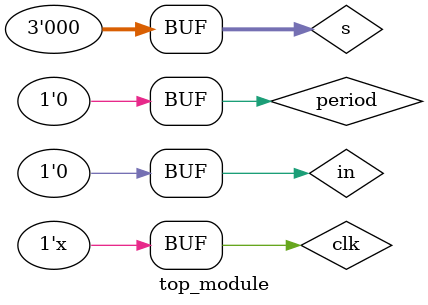
<source format=v>
module top_module();
reg [2:0] s;
reg in;
reg clk;
wire out;
wire period;
parameter  cycle = 10;
initial begin
    clk = 0;
    in = 0;
    s = 2;
    #cycle
    s = 6;
    #cycle
    in = 1;
    s = 2;
    #cycle
    s = 7;
    in = 0;
    #cycle
    s = 0;
    in = 1;
    #(cycle * 3)
    in = 0;
end

always #(cycle/2) clk = ~clk;
assign period = cycle << 1;  
q7 u_q7(
    .clk(clk),
    .in(in),
    .s(s),
    .out(out)
);

endmodule
</source>
